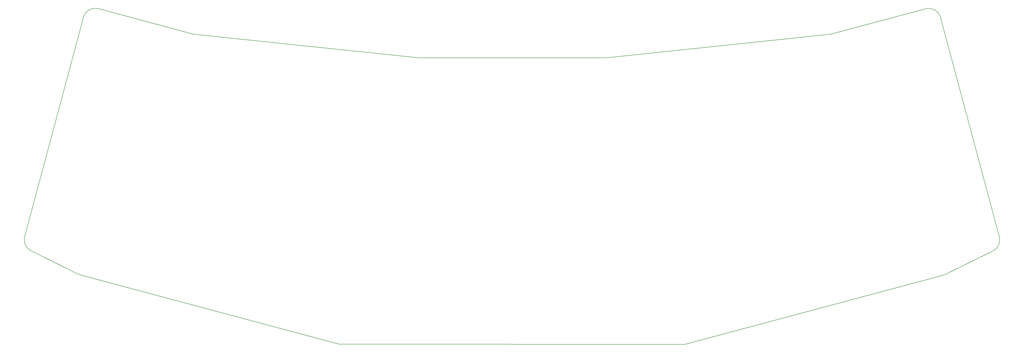
<source format=gm1>
G04 #@! TF.GenerationSoftware,KiCad,Pcbnew,(5.1.10)-1*
G04 #@! TF.CreationDate,2021-09-20T10:21:43+01:00*
G04 #@! TF.ProjectId,superlyra,73757065-726c-4797-9261-2e6b69636164,0.1*
G04 #@! TF.SameCoordinates,Original*
G04 #@! TF.FileFunction,Profile,NP*
%FSLAX46Y46*%
G04 Gerber Fmt 4.6, Leading zero omitted, Abs format (unit mm)*
G04 Created by KiCad (PCBNEW (5.1.10)-1) date 2021-09-20 10:21:43*
%MOMM*%
%LPD*%
G01*
G04 APERTURE LIST*
G04 #@! TA.AperFunction,Profile*
%ADD10C,0.200000*%
G04 #@! TD*
G04 APERTURE END LIST*
D10*
X375643114Y-56579253D02*
X337600635Y-66772705D01*
X405293743Y-147918391D02*
X381766838Y-60114787D01*
X383944407Y-162958405D02*
X402680247Y-153694536D01*
X38043162Y-60043718D02*
X14516257Y-147847322D01*
X36787631Y-163234918D02*
X140560747Y-191040840D01*
X279249253Y-191111909D02*
X140560747Y-191040840D01*
X381766838Y-60114787D02*
G75*
G03*
X375643114Y-56579253I-4829629J-1294095D01*
G01*
X82209365Y-66701636D02*
X172720000Y-76200000D01*
X247650000Y-76200000D02*
X337600635Y-66772705D01*
X383022369Y-163305987D02*
X279249253Y-191111909D01*
X172720000Y-76200000D02*
X247650000Y-76200000D01*
X402680247Y-153694536D02*
G75*
G03*
X405293743Y-147918391I-2216134J4482049D01*
G01*
X383022369Y-163305986D02*
G75*
G03*
X383944407Y-162958405I-1294095J4829629D01*
G01*
X36787631Y-163234917D02*
G75*
G02*
X35865593Y-162887336I1294095J4829629D01*
G01*
X38043162Y-60043718D02*
G75*
G02*
X44166886Y-56508184I4829629J-1294095D01*
G01*
X82209365Y-66701636D02*
X44166886Y-56508184D01*
X17129753Y-153623467D02*
G75*
G02*
X14516257Y-147847322I2216134J4482049D01*
G01*
X17129754Y-153623465D02*
X35865593Y-162887336D01*
M02*

</source>
